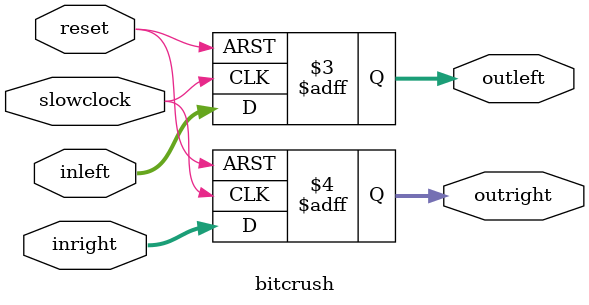
<source format=sv>
module bitcrush(input logic [32:1] inleft, inright, //module that reduces the sample rate by using a slower clock
                    input logic reset, slowclock,
                    output logic [32:1] outleft, outright);		  


always_ff @(posedge slowclock or negedge reset) begin
	if(~reset) begin
		outleft=32'd0;
		outright=32'd0;
	end else begin
		outleft=inleft;
		outright=inright;
	end
end

endmodule
</source>
